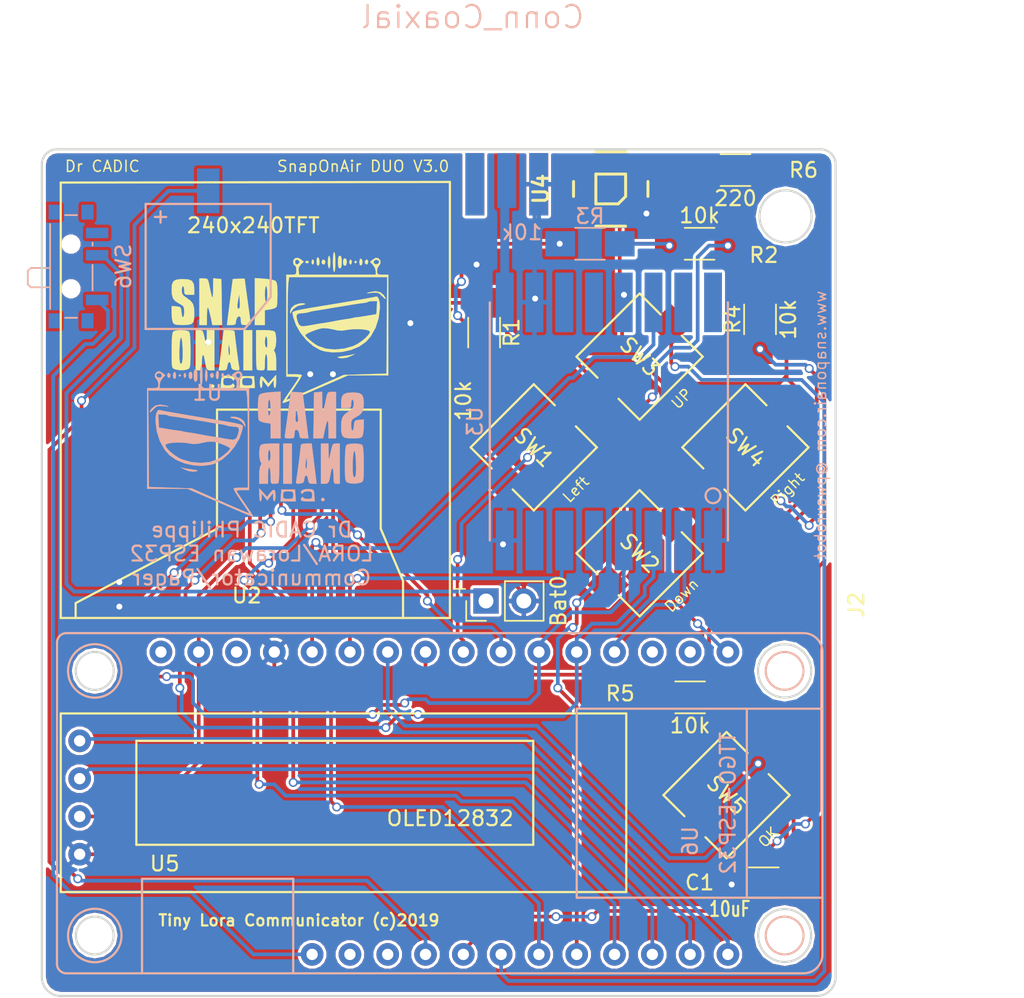
<source format=kicad_pcb>
(kicad_pcb (version 4) (host pcbnew 4.0.4-stable)
  (layers (0 F.Cu signal) (31 B.Cu signal) (34 B.Paste user) (35 F.Paste user) (36 B.SilkS user) (37 F.SilkS user) (38 B.Mask user) (39 F.Mask user) (44 Edge.Cuts user))
  (net 0 "")
  (net 1 GND)
  (net 2 "Net-(J1-Pad1)")
  (net 3 /3.3v)
  (net 4 /GPIO26)
  (net 5 /RESET)
  (net 6 /SPI_SS)
  (net 7 /CLK)
  (net 8 /MOSI)
  (net 9 /MISO)
  (net 10 /RESET_DISP)
  (net 11 /DC_DISP)
  (net 12 /SS-RFM)
  (net 13 /LIGHT_DISP)
  (net 14 "Net-(J2-Pad1)")
  (net 15 /LEFT)
  (net 16 /DOWN)
  (net 17 /UP)
  (net 18 /RIGHT)
  (net 19 /PUSH)
  (net 20 /SDA)
  (net 21 /SCL)
  (net 22 /BAT)
  (net 23 /Buzzz)
  (net 24 "Net-(R1-Pad2)")
  (net 25 "Net-(R2-Pad1)")
  (net 26 "Net-(R3-Pad2)")
  (net 27 "Net-(R4-Pad1)")
  (net 28 "Net-(R5-Pad1)")
  (net 29 "Net-(R6-Pad1)")
  (net 30 /RGBL)
  (module stm32china:SMA_EDGE (layer B.Cu) (at 129.032 34.798)
    (fp_text reference J1 hide)
    (fp_text value Conn_Coaxial (at -2.286 -9.144 180) (layer B.SilkS) (effects (font (size 1.5 1.5)) (justify mirror)))
    (pad 3 smd rect (at -2.1463 2.0955) (size 1.27 4.191) (layers B.Cu B.Paste B.Mask))
    (pad 2 smd rect (at 2.1463 2.0955) (size 1.27 4.191) (layers B.Cu B.Paste B.Mask) (net 1 GND))
    (pad 1 smd rect (at 0 1.8415) (size 1.27 3.683) (layers B.Cu B.Paste B.Mask) (net 2 "Net-(J1-Pad1)"))
    (pad 5 smd rect (at -2.1463 2.0955) (size 1.27 4.191) (layers F.Cu B.Paste B.Mask))
    (pad 4 smd rect (at 2.1463 2.0955) (size 1.27 4.191) (layers F.Cu B.Paste B.Mask))
  )
  (module TTGO-LoraCom:RFM95W (layer B.Cu) (at 135.89 52.832 90)
    (fp_text reference U3 (at 0 -9 90) (layer B.SilkS) (effects (justify mirror)))
    (fp_text value RFM95W-868S2)
    (pad 1 smd rect (at -8 7 90) (size 4 1.2) (layers B.Cu B.Paste B.Mask) (net 1 GND))
    (pad 2 smd rect (at -8 5 90) (size 4 1.2) (layers B.Cu B.Paste B.Mask) (net 9 /MISO))
    (pad 3 smd rect (at -8 3 90) (size 4 1.2) (layers B.Cu B.Paste B.Mask) (net 8 /MOSI))
    (pad 4 smd rect (at -8 1 90) (size 4 1.2) (layers B.Cu B.Paste B.Mask) (net 7 /CLK))
    (pad 5 smd rect (at -8 -1 90) (size 4 1.2) (layers B.Cu B.Paste B.Mask) (net 12 /SS-RFM))
    (pad 6 smd rect (at -8 -3 90) (size 4 1.2) (layers B.Cu B.Paste B.Mask) (net 5 /RESET))
    (pad 7 smd rect (at -8 -5 90) (size 4 1.2) (layers B.Cu B.Paste B.Mask))
    (pad 8 smd rect (at -8 -7 90) (size 4 1.2) (layers B.Cu B.Paste B.Mask) (net 1 GND))
    (pad 9 smd rect (at 8 -7 90) (size 4 1.2) (layers B.Cu B.Paste B.Mask) (net 2 "Net-(J1-Pad1)"))
    (pad 10 smd rect (at 8 -5 90) (size 4 1.2) (layers B.Cu B.Paste B.Mask) (net 1 GND))
    (pad 11 smd rect (at 8 -3 90) (size 4 1.2) (layers B.Cu B.Paste B.Mask))
    (pad 12 smd rect (at 8 -1 90) (size 4 1.2) (layers B.Cu B.Paste B.Mask))
    (pad 13 smd rect (at 8 1 90) (size 4 1.2) (layers B.Cu B.Paste B.Mask) (net 3 /3.3v))
    (pad 14 smd rect (at 8 3 90) (size 4 1.2) (layers B.Cu B.Paste B.Mask) (net 4 /GPIO26))
    (pad 15 smd rect (at 8 5 90) (size 4 1.2) (layers B.Cu B.Paste B.Mask))
    (pad 16 smd rect (at 8 7 90) (size 4 1.2) (layers B.Cu B.Paste B.Mask))
  )
  (module Socket_Strips:Socket_Strip_Straight_1x02_Pitch2.54mm (layer F.Cu) (at 127.635 64.897 90)
    (fp_text reference J2 (at -0.254 24.892 90) (layer F.SilkS))
    (fp_text value Bat0 (at 0 4.87 90) (layer F.SilkS))
    (pad 1 thru_hole rect (at 0 0 90) (size 1.7 1.7) (drill 1) (layers *.Cu *.Mask) (net 14 "Net-(J2-Pad1)"))
    (pad 2 thru_hole oval (at 0 2.54 90) (size 1.7 1.7) (drill 1) (layers *.Cu *.Mask) (net 1 GND))
  )
  (module TTGO-LoraCom:SW_TP1003 (layer F.Cu) (at 128.016 57.404 315)
    (fp_text reference SW1 (at 0 -4 315) (layer F.SilkS))
    (fp_text value Left (at 4 -4 405) (layer F.SilkS) (effects (font (size 0.7 0.7) (thickness 0.1))))
    (pad 1 smd rect (at 0 -7 315) (size 2 2) (layers F.Cu F.Paste F.Mask) (net 15 /LEFT))
    (pad 2 smd rect (at 0 -1 315) (size 2 2) (layers F.Cu F.Paste F.Mask) (net 24 "Net-(R1-Pad2)"))
  )
  (module TTGO-LoraCom:SW_TP1003 (layer F.Cu) (at 135.128 64.516 315)
    (fp_text reference SW2 (at 0 -4 315) (layer F.SilkS))
    (fp_text value Down (at 4 -4 405) (layer F.SilkS) (effects (font (size 0.7 0.7) (thickness 0.1))))
    (pad 1 smd rect (at 0 -7 315) (size 2 2) (layers F.Cu F.Paste F.Mask) (net 16 /DOWN))
    (pad 2 smd rect (at 0 -1 315) (size 2 2) (layers F.Cu F.Paste F.Mask) (net 25 "Net-(R2-Pad1)"))
  )
  (module TTGO-LoraCom:SW_TP1003 (layer F.Cu) (at 135.128 51.308 315)
    (fp_text reference SW3 (at 0 -4 315) (layer F.SilkS))
    (fp_text value UP (at 4 -4 405) (layer F.SilkS) (effects (font (size 0.7 0.7) (thickness 0.1))))
    (pad 1 smd rect (at 0 -7 315) (size 2 2) (layers F.Cu F.Paste F.Mask) (net 17 /UP))
    (pad 2 smd rect (at 0 -1 315) (size 2 2) (layers F.Cu F.Paste F.Mask) (net 26 "Net-(R3-Pad2)"))
  )
  (module TTGO-LoraCom:SW_TP1003 (layer F.Cu) (at 142.24 57.404 315)
    (fp_text reference SW4 (at 0 -4 315) (layer F.SilkS))
    (fp_text value Right (at 4 -4 405) (layer F.SilkS) (effects (font (size 0.7 0.7) (thickness 0.1))))
    (pad 1 smd rect (at 0 -7 315) (size 2 2) (layers F.Cu F.Paste F.Mask) (net 18 /RIGHT))
    (pad 2 smd rect (at 0 -1 315) (size 2 2) (layers F.Cu F.Paste F.Mask) (net 27 "Net-(R4-Pad1)"))
  )
  (module TTGO-LoraCom:SW_TP1003 (layer F.Cu) (at 140.97 80.772 315)
    (fp_text reference SW5 (at 0 -4 315) (layer F.SilkS))
    (fp_text value OK (at 4 -4 405) (layer F.SilkS) (effects (font (size 0.7 0.7) (thickness 0.1))))
    (pad 1 smd rect (at 0 -7 315) (size 2 2) (layers F.Cu F.Paste F.Mask) (net 19 /PUSH))
    (pad 2 smd rect (at 0 -1 315) (size 2 2) (layers F.Cu F.Paste F.Mask) (net 28 "Net-(R5-Pad1)"))
  )
  (module TTGO-LoraCom:OLED-0.91-128x32 (layer F.Cu) (at 99.06 84.455)
    (fp_text reference U5 (at 6.985 -1.905) (layer F.SilkS))
    (fp_text value OLED12832 (at 26.162 -4.953) (layer F.SilkS))
    (pad 4 thru_hole circle (at 1.27 -2.54) (size 1.524 1.524) (drill 0.762) (layers *.Cu *.Mask) (net 1 GND))
    (pad 3 thru_hole circle (at 1.27 -5.08) (size 1.524 1.524) (drill 0.762) (layers *.Cu *.Mask) (net 3 /3.3v))
    (pad 2 thru_hole circle (at 1.27 -7.62) (size 1.524 1.524) (drill 0.762) (layers *.Cu *.Mask) (net 21 /SCL))
    (pad 1 thru_hole circle (at 1.27 -10.16) (size 1.524 1.524) (drill 0.762) (layers *.Cu *.Mask) (net 20 /SDA))
  )
  (module Buttons_Switches_SMD:SW_SPDT_PCM12 (layer B.Cu) (at 100.076 42.418 90)
    (fp_text reference SW6 (at 0 3.2 90) (layer B.SilkS) (effects (justify mirror)))
    (fp_text value SW_DPDT_x2)
    (pad "" np_thru_hole circle (at -1.5 -0.33 90) (size 0.9 0.9) (drill 0.9) (layers *.Cu *.Mask))
    (pad "" np_thru_hole circle (at 1.5 -0.33 90) (size 0.9 0.9) (drill 0.9) (layers *.Cu *.Mask))
    (pad 1 smd rect (at -2.25 1.43 90) (size 0.7 1.5) (layers B.Cu B.Paste B.Mask) (net 22 /BAT))
    (pad 2 smd rect (at 0.75 1.43 90) (size 0.7 1.5) (layers B.Cu B.Paste B.Mask) (net 14 "Net-(J2-Pad1)"))
    (pad 3 smd rect (at 2.25 1.43 90) (size 0.7 1.5) (layers B.Cu B.Paste B.Mask))
    (pad "" smd rect (at -3.65 -1.43 90) (size 1 0.8) (layers B.Cu B.Paste B.Mask))
    (pad "" smd rect (at 3.65 -1.43 90) (size 1 0.8) (layers B.Cu B.Paste B.Mask))
    (pad "" smd rect (at 3.65 0.78 90) (size 1 0.8) (layers B.Cu B.Paste B.Mask))
    (pad "" smd rect (at -3.65 0.78 90) (size 1 0.8) (layers B.Cu B.Paste B.Mask))
  )
  (module Capacitors_SMD:C_1206_HandSoldering (layer F.Cu) (at 146.304 83.82)
    (fp_text reference C1 (at -4.318 0) (layer F.SilkS))
    (fp_text value 10uF (at -2.286 1.778) (layer F.SilkS) (effects (font (size 1 0.75))))
    (pad 1 smd rect (at -2 0) (size 2 1.6) (layers F.Cu F.Paste F.Mask) (net 1 GND))
    (pad 2 smd rect (at 2 0) (size 2 1.6) (layers F.Cu F.Paste F.Mask) (net 3 /3.3v))
  )
  (module TTGO-LoraCom:TTGO-ESP32 (layer B.Cu) (at 98.171 88.646 90)
    (fp_text reference U6 (at 7.62 43.18 90) (layer B.SilkS) (effects (justify mirror)))
    (fp_text value TTGO-ESP32 (at 10.16 45.72 90) (layer B.SilkS) (effects (justify mirror)))
    (pad 1 thru_hole circle (at 20.32 7.62 90) (size 1.524 1.524) (drill 0.762) (layers *.Cu *.Mask))
    (pad 2 thru_hole circle (at 20.32 10.16 90) (size 1.524 1.524) (drill 0.762) (layers *.Cu *.Mask) (net 3 /3.3v))
    (pad 3 thru_hole circle (at 20.32 12.7 90) (size 1.524 1.524) (drill 0.762) (layers *.Cu *.Mask))
    (pad 4 thru_hole circle (at 20.32 15.24 90) (size 1.524 1.524) (drill 0.762) (layers *.Cu *.Mask) (net 1 GND))
    (pad 5 thru_hole circle (at 20.32 17.78 90) (size 1.524 1.524) (drill 0.762) (layers *.Cu *.Mask) (net 4 /GPIO26))
    (pad 6 thru_hole circle (at 20.32 20.32 90) (size 1.524 1.524) (drill 0.762) (layers *.Cu *.Mask) (net 5 /RESET))
    (pad 7 thru_hole circle (at 20.32 22.86 90) (size 1.524 1.524) (drill 0.762) (layers *.Cu *.Mask) (net 19 /PUSH))
    (pad 8 thru_hole circle (at 20.32 25.4 90) (size 1.524 1.524) (drill 0.762) (layers *.Cu *.Mask) (net 18 /RIGHT))
    (pad 9 thru_hole circle (at 20.32 27.94 90) (size 1.524 1.524) (drill 0.762) (layers *.Cu *.Mask) (net 15 /LEFT))
    (pad 10 thru_hole circle (at 20.32 30.48 90) (size 1.524 1.524) (drill 0.762) (layers *.Cu *.Mask) (net 6 /SPI_SS))
    (pad 11 thru_hole circle (at 20.32 33.02 90) (size 1.524 1.524) (drill 0.762) (layers *.Cu *.Mask) (net 7 /CLK))
    (pad 12 thru_hole circle (at 20.32 35.56 90) (size 1.524 1.524) (drill 0.762) (layers *.Cu *.Mask) (net 8 /MOSI))
    (pad 13 thru_hole circle (at 20.32 38.1 90) (size 1.524 1.524) (drill 0.762) (layers *.Cu *.Mask) (net 9 /MISO))
    (pad 14 thru_hole circle (at 20.32 40.64 90) (size 1.524 1.524) (drill 0.762) (layers *.Cu *.Mask))
    (pad 15 thru_hole circle (at 20.32 43.18 90) (size 1.524 1.524) (drill 0.762) (layers *.Cu *.Mask))
    (pad 16 thru_hole circle (at 20.32 45.72 90) (size 1.524 1.524) (drill 0.762) (layers *.Cu *.Mask) (net 16 /DOWN))
    (pad 17 thru_hole circle (at 0 45.72 90) (size 1.524 1.524) (drill 0.762) (layers *.Cu *.Mask) (net 20 /SDA))
    (pad 18 thru_hole circle (at 0 43.18 90) (size 1.524 1.524) (drill 0.762) (layers *.Cu *.Mask) (net 21 /SCL))
    (pad 19 thru_hole circle (at 0 40.64 90) (size 1.524 1.524) (drill 0.762) (layers *.Cu *.Mask) (net 10 /RESET_DISP))
    (pad 20 thru_hole circle (at 0 38.1 90) (size 1.524 1.524) (drill 0.762) (layers *.Cu *.Mask) (net 11 /DC_DISP))
    (pad 21 thru_hole circle (at 0 35.56 90) (size 1.524 1.524) (drill 0.762) (layers *.Cu *.Mask) (net 12 /SS-RFM))
    (pad 22 thru_hole circle (at 0 33.02 90) (size 1.524 1.524) (drill 0.762) (layers *.Cu *.Mask) (net 13 /LIGHT_DISP))
    (pad 23 thru_hole circle (at 0 30.48 90) (size 1.524 1.524) (drill 0.762) (layers *.Cu *.Mask) (net 17 /UP))
    (pad 24 thru_hole circle (at 0 27.94 90) (size 1.524 1.524) (drill 0.762) (layers *.Cu *.Mask) (net 30 /RGBL))
    (pad 25 thru_hole circle (at 0 25.4 90) (size 1.524 1.524) (drill 0.762) (layers *.Cu *.Mask) (net 23 /Buzzz))
    (pad 26 thru_hole circle (at 0 22.86 90) (size 1.524 1.524) (drill 0.762) (layers *.Cu *.Mask))
    (pad 27 thru_hole circle (at 0 20.32 90) (size 1.524 1.524) (drill 0.762) (layers *.Cu *.Mask))
    (pad 28 thru_hole circle (at 0 17.78 90) (size 1.524 1.524) (drill 0.762) (layers *.Cu *.Mask) (net 22 /BAT))
  )
  (module 18650:BuzzerActive2 (layer B.Cu) (at 108.966 42.418 180)
    (fp_text reference U1 (at 0.05 -8.5 180) (layer B.SilkS) (effects (justify mirror)))
    (fp_text value Buzzer93)
    (fp_text user + (at 3.2 3.4 180) (layer B.SilkS) (effects (justify mirror)))
    (pad 2 smd rect (at 0 -5.08 180) (size 1.5 3) (layers B.Cu B.Paste B.Mask) (net 1 GND))
    (pad 1 smd rect (at 0 5.08 180) (size 1.5 3) (layers B.Cu B.Paste B.Mask) (net 23 /Buzzz))
  )
  (module 18650:240240TFT (layer F.Cu) (at 99.06 66.04)
    (fp_text reference U2 (at 12.5 -1.5) (layer F.SilkS))
    (fp_text value 240x240TFT (at 12.94 -26.38) (layer F.SilkS))
    (pad 1 smd rect (at 19.7 -12.7) (size 0.35 2) (layers F.Cu F.Paste F.Mask) (net 1 GND))
    (pad 2 smd rect (at 19 -12.7) (size 0.35 2) (layers F.Cu F.Paste F.Mask) (net 1 GND))
    (pad 3 smd rect (at 18.3 -12.7) (size 0.35 2) (layers F.Cu F.Paste F.Mask) (net 13 /LIGHT_DISP))
    (pad 4 smd rect (at 17.6 -12.7) (size 0.35 2) (layers F.Cu F.Paste F.Mask) (net 3 /3.3v))
    (pad 5 smd rect (at 16.9 -12.7) (size 0.35 2) (layers F.Cu F.Paste F.Mask) (net 1 GND))
    (pad 6 smd rect (at 16.2 -12.7) (size 0.35 2) (layers F.Cu F.Paste F.Mask) (net 1 GND))
    (pad 7 smd rect (at 15.5 -12.7) (size 0.35 2) (layers F.Cu F.Paste F.Mask) (net 11 /DC_DISP))
    (pad 8 smd rect (at 14.8 -12.7) (size 0.35 2) (layers F.Cu F.Paste F.Mask) (net 6 /SPI_SS))
    (pad 9 smd rect (at 14.1 -12.7) (size 0.35 2) (layers F.Cu F.Paste F.Mask) (net 7 /CLK))
    (pad 10 smd rect (at 13.4 -12.7) (size 0.35 2) (layers F.Cu F.Paste F.Mask) (net 8 /MOSI))
    (pad 11 smd rect (at 12.7 -12.7) (size 0.35 2) (layers F.Cu F.Paste F.Mask) (net 10 /RESET_DISP))
    (pad 12 smd rect (at 12 -12.7) (size 0.35 2) (layers F.Cu F.Paste F.Mask) (net 1 GND))
  )
  (module Resistors_SMD:R_1206_HandSoldering (layer F.Cu) (at 127.508 46.863 270)
    (fp_text reference R1 (at 0 -1.85 270) (layer F.SilkS))
    (fp_text value 10k (at 4.572 1.397 270) (layer F.SilkS))
    (pad 1 smd rect (at -2 0 270) (size 2 1.7) (layers F.Cu F.Paste F.Mask) (net 3 /3.3v))
    (pad 2 smd rect (at 2 0 270) (size 2 1.7) (layers F.Cu F.Paste F.Mask) (net 24 "Net-(R1-Pad2)"))
  )
  (module Resistors_SMD:R_1206_HandSoldering (layer F.Cu) (at 141.986 40.894 180)
    (fp_text reference R2 (at -4.318 -0.762 180) (layer F.SilkS))
    (fp_text value 10k (at 0 1.9 180) (layer F.SilkS))
    (pad 1 smd rect (at -2 0 180) (size 2 1.7) (layers F.Cu F.Paste F.Mask) (net 25 "Net-(R2-Pad1)"))
    (pad 2 smd rect (at 2 0 180) (size 2 1.7) (layers F.Cu F.Paste F.Mask) (net 3 /3.3v))
  )
  (module Resistors_SMD:R_1206_HandSoldering (layer B.Cu) (at 134.62 40.894 180)
    (fp_text reference R3 (at 0 1.85 180) (layer B.SilkS) (effects (justify mirror)))
    (fp_text value 10k (at 4.572 0.762 180) (layer B.SilkS) (effects (justify mirror)))
    (pad 1 smd rect (at -2 0 180) (size 2 1.7) (layers B.Cu B.Paste B.Mask) (net 3 /3.3v))
    (pad 2 smd rect (at 2 0 180) (size 2 1.7) (layers B.Cu B.Paste B.Mask) (net 26 "Net-(R3-Pad2)"))
  )
  (module Resistors_SMD:R_1206_HandSoldering (layer F.Cu) (at 146.05 45.974 90)
    (fp_text reference R4 (at 0 -1.85 90) (layer F.SilkS))
    (fp_text value 10k (at 0 1.9 90) (layer F.SilkS))
    (pad 1 smd rect (at -2 0 90) (size 2 1.7) (layers F.Cu F.Paste F.Mask) (net 27 "Net-(R4-Pad1)"))
    (pad 2 smd rect (at 2 0 90) (size 2 1.7) (layers F.Cu F.Paste F.Mask) (net 3 /3.3v))
  )
  (module Resistors_SMD:R_1206_HandSoldering (layer F.Cu) (at 141.351 71.374)
    (fp_text reference R5 (at -4.699 -0.254) (layer F.SilkS))
    (fp_text value 10k (at 0 1.9) (layer F.SilkS))
    (pad 1 smd rect (at -2 0) (size 2 1.7) (layers F.Cu F.Paste F.Mask) (net 28 "Net-(R5-Pad1)"))
    (pad 2 smd rect (at 2 0) (size 2 1.7) (layers F.Cu F.Paste F.Mask) (net 3 /3.3v))
  )
  (module Resistors_SMD:R_1206_HandSoldering (layer F.Cu) (at 144.399 35.941)
    (fp_text reference R6 (at 4.572 0) (layer F.SilkS))
    (fp_text value 220 (at 0 1.9) (layer F.SilkS))
    (pad 1 smd rect (at -2 0) (size 2 1.7) (layers F.Cu F.Paste F.Mask) (net 29 "Net-(R6-Pad1)"))
    (pad 2 smd rect (at 2 0) (size 2 1.7) (layers F.Cu F.Paste F.Mask) (net 30 /RGBL))
  )
  (module 18650:WS2812B (layer F.Cu) (at 136.017 37.211 90)
    (fp_text reference U4 (at 0 -4.7 90) (layer F.SilkS) (effects (font (thickness 0.2))))
    (fp_text value WS2812B hide)
    (pad 1 smd rect (at 1.65 -2.4 90) (size 1.4 1.8) (layers F.Cu F.Paste F.Mask) (net 3 /3.3v))
    (pad 2 smd rect (at -1.65 -2.4 90) (size 1.4 1.8) (layers F.Cu F.Paste F.Mask))
    (pad 3 smd rect (at -1.65 2.4 90) (size 1.4 1.8) (layers F.Cu F.Paste F.Mask) (net 1 GND))
    (pad 4 smd rect (at 1.65 2.4 90) (size 1.4 1.8) (layers F.Cu F.Paste F.Mask) (net 29 "Net-(R6-Pad1)"))
  )
  (module 18650:SOALogo2 (layer F.Cu) (at 113.792 46.609)
    (fp_text reference G*** hide)
    (fp_text value LOGO hide)
  )
  (module 18650:SOALogo2 (layer B.Cu) (at 112.141 54.229 180)
    (fp_text reference G*** hide)
    (fp_text value LOGO hide)
  )
  (gr_text + (at 125.857 64.008) (layer F.SilkS) (effects (font (size 1 1) (thickness 0.1))))
  (gr_text "www.snaponair.com @pwavrobot" (at 150.114 53.086 90) (layer B.SilkS) (effects (font (size 0.75 0.75) (thickness 0.1)) (justify mirror)))
  (gr_text "SnapOnAir DUO V3.0" (at 119.38 35.687) (layer F.SilkS) (effects (font (size 0.75 0.75) (thickness 0.1))))
  (gr_text "Dr CADIC" (at 101.854 35.687) (layer F.SilkS) (effects (font (size 0.75 0.75) (thickness 0.1))))
  (gr_text "Tiny Lora Communicator (c)2019" (at 115.062 86.36) (layer F.SilkS) (effects (font (size 0.75 0.75))))
  (gr_arc (start 98.806 35.56) (end 97.79 35.56) (angle 90) (layer Edge.Cuts) (width 0.15))
  (gr_line (start 97.79 36.576) (end 97.79 35.56) (angle 90) (layer Edge.Cuts) (width 0.15))
  (gr_arc (start 150.114 35.56) (end 150.114 34.544) (angle 90) (layer Edge.Cuts) (width 0.15))
  (gr_line (start 98.806 34.544) (end 150.114 34.544) (angle 90) (layer Edge.Cuts) (width 0.15))
  (gr_line (start 151.13 36.576) (end 151.13 35.56) (angle 90) (layer Edge.Cuts) (width 0.15))
  (gr_text "Dr CADIC Philippe\nLORA/Lorawan ESP32\nCommunicator/Pager" (at 111.887 61.722) (layer B.SilkS) (effects (font (size 1 1)) (justify mirror)))
  (gr_circle (center 147.7645 39.0525) (end 149.0345 37.846) (layer Edge.Cuts) (width 0.15))
  (gr_circle (center 101.346 69.596) (end 102.489 69.0245) (layer Edge.Cuts) (width 0.15))
  (gr_circle (center 147.701 69.596) (end 149.2885 68.7705) (layer Edge.Cuts) (width 0.15))
  (gr_circle (center 147.701 87.376) (end 149.1615 86.36) (layer Edge.Cuts) (width 0.15))
  (gr_circle (center 101.346 87.376) (end 102.362 86.614) (layer Edge.Cuts) (width 0.15))
  (gr_line (start 151.13 90.17) (end 151.13 36.576) (angle 90) (layer Edge.Cuts) (width 0.15))
  (gr_line (start 97.79 90.17) (end 97.79 36.576) (angle 90) (layer Edge.Cuts) (width 0.15))
  (gr_arc (start 149.86 90.17) (end 151.13 90.17) (angle 90) (layer Edge.Cuts) (width 0.15))
  (gr_arc (start 99.06 90.17) (end 99.06 91.44) (angle 90) (layer Edge.Cuts) (width 0.15))
  (gr_line (start 99.06 91.44) (end 149.86 91.44) (angle 90) (layer Edge.Cuts) (width 0.15))
  (via (at 138.417 38.861) (size 0.6) (drill 0.4) (layers F.Cu B.Cu) (net 1))
  (segment (start 131.1783 36.8935) (end 136.4615 36.8935) (width 0.25) (layer B.Cu) (net 1))
  (segment (start 137.922 38.354) (end 136.4615 36.8935) (width 0.25) (layer B.Cu) (net 1))
  (segment (start 137.922 38.366) (end 137.922 38.354) (width 0.25) (layer B.Cu) (net 1))
  (segment (start 137.922 38.366) (end 138.417 38.861) (width 0.25) (layer B.Cu) (net 1))
  (segment (start 130.89 44.832) (end 130.89 37.1818) (width 0.25) (layer B.Cu) (net 1))
  (segment (start 130.89 37.1818) (end 131.1783 36.8935) (width 0.25) (layer B.Cu) (net 1))
  (segment (start 128.778 61.087) (end 126.873 59.182) (width 0.25) (layer F.Cu) (net 1))
  (segment (start 130.937 44.577) (end 130.89 44.624) (width 0.25) (layer B.Cu) (net 1))
  (via (at 130.937 44.577) (size 0.6) (drill 0.4) (layers F.Cu B.Cu) (net 1))
  (segment (start 130.937 42.799) (end 130.937 44.577) (width 0.25) (layer F.Cu) (net 1))
  (segment (start 129.921 41.783) (end 130.937 42.799) (width 0.25) (layer F.Cu) (net 1))
  (segment (start 127.508 41.783) (end 129.921 41.783) (width 0.25) (layer F.Cu) (net 1))
  (segment (start 127 42.291) (end 127.508 41.783) (width 0.25) (layer F.Cu) (net 1))
  (via (at 127 42.291) (size 0.6) (drill 0.4) (layers F.Cu B.Cu) (net 1))
  (segment (start 124.079 42.291) (end 127 42.291) (width 0.25) (layer B.Cu) (net 1))
  (segment (start 122.936 43.434) (end 124.079 42.291) (width 0.25) (layer B.Cu) (net 1))
  (segment (start 122.936 45.847) (end 122.936 43.434) (width 0.25) (layer B.Cu) (net 1))
  (segment (start 122.555 46.228) (end 122.936 45.847) (width 0.25) (layer B.Cu) (net 1))
  (via (at 122.555 46.228) (size 0.6) (drill 0.4) (layers F.Cu B.Cu) (net 1))
  (segment (start 122.555 55.626) (end 122.555 46.228) (width 0.25) (layer F.Cu) (net 1))
  (segment (start 126.111 59.182) (end 122.555 55.626) (width 0.25) (layer F.Cu) (net 1))
  (segment (start 126.873 59.182) (end 126.111 59.182) (width 0.25) (layer F.Cu) (net 1))
  (segment (start 130.89 44.624) (end 130.89 44.832) (width 0.25) (layer B.Cu) (net 1))
  (segment (start 128.89 60.832) (end 128.89 58.054) (width 0.25) (layer B.Cu) (net 1))
  (segment (start 143.383 58.166) (end 143.383 60.339) (width 0.25) (layer B.Cu) (net 1))
  (segment (start 143.002 57.785) (end 143.383 58.166) (width 0.25) (layer B.Cu) (net 1))
  (segment (start 142.113 57.785) (end 143.002 57.785) (width 0.25) (layer B.Cu) (net 1))
  (segment (start 141.097 56.769) (end 142.113 57.785) (width 0.25) (layer B.Cu) (net 1))
  (segment (start 130.175 56.769) (end 141.097 56.769) (width 0.25) (layer B.Cu) (net 1))
  (segment (start 128.89 58.054) (end 130.175 56.769) (width 0.25) (layer B.Cu) (net 1))
  (segment (start 143.383 60.339) (end 142.89 60.832) (width 0.25) (layer B.Cu) (net 1))
  (segment (start 128.778 61.087) (end 122.301 61.087) (width 0.25) (layer F.Cu) (net 1))
  (segment (start 118.06 56.846) (end 118.06 53.34) (width 0.25) (layer F.Cu) (net 1))
  (segment (start 122.301 61.087) (end 118.06 56.846) (width 0.25) (layer F.Cu) (net 1))
  (segment (start 113.411 68.326) (end 113.411 67.945) (width 0.25) (layer B.Cu) (net 1))
  (segment (start 113.411 67.945) (end 110.744 65.278) (width 0.25) (layer B.Cu) (net 1))
  (segment (start 107.823 47.498) (end 108.966 47.498) (width 0.25) (layer B.Cu) (net 1))
  (segment (start 105.156 50.165) (end 107.823 47.498) (width 0.25) (layer B.Cu) (net 1))
  (segment (start 105.156 61.468) (end 105.156 50.165) (width 0.25) (layer B.Cu) (net 1))
  (segment (start 102.997 63.627) (end 105.156 61.468) (width 0.25) (layer B.Cu) (net 1))
  (via (at 102.997 63.627) (size 0.6) (drill 0.4) (layers F.Cu B.Cu) (net 1))
  (segment (start 102.997 65.278) (end 102.997 63.627) (width 0.25) (layer F.Cu) (net 1))
  (via (at 102.997 65.278) (size 0.6) (drill 0.4) (layers F.Cu B.Cu) (net 1))
  (segment (start 110.744 65.278) (end 102.997 65.278) (width 0.25) (layer B.Cu) (net 1))
  (segment (start 142.89 60.832) (end 147.065 60.832) (width 0.25) (layer B.Cu) (net 1))
  (segment (start 144.145 83.947) (end 144.272 83.82) (width 0.25) (layer F.Cu) (net 1))
  (via (at 144.145 83.947) (size 0.6) (drill 0.4) (layers F.Cu B.Cu) (net 1))
  (segment (start 145.669 83.947) (end 144.145 83.947) (width 0.25) (layer B.Cu) (net 1))
  (segment (start 147.574 82.042) (end 145.669 83.947) (width 0.25) (layer B.Cu) (net 1))
  (segment (start 149.225 82.042) (end 147.574 82.042) (width 0.25) (layer B.Cu) (net 1))
  (segment (start 149.86 81.407) (end 149.225 82.042) (width 0.25) (layer B.Cu) (net 1))
  (segment (start 149.86 63.627) (end 149.86 81.407) (width 0.25) (layer B.Cu) (net 1))
  (segment (start 147.065 60.832) (end 149.86 63.627) (width 0.25) (layer B.Cu) (net 1))
  (segment (start 144.272 83.82) (end 144.304 83.82) (width 0.25) (layer F.Cu) (net 1))
  (segment (start 130.175 64.897) (end 130.175 64.389) (width 0.25) (layer F.Cu) (net 1))
  (segment (start 130.175 64.389) (end 128.778 62.992) (width 0.25) (layer F.Cu) (net 1))
  (segment (start 128.778 62.992) (end 128.778 61.087) (width 0.25) (layer F.Cu) (net 1))
  (via (at 128.778 61.087) (size 0.6) (drill 0.4) (layers F.Cu B.Cu) (net 1))
  (segment (start 128.778 61.087) (end 128.89 60.975) (width 0.25) (layer B.Cu) (net 1))
  (segment (start 128.89 60.975) (end 128.89 60.832) (width 0.25) (layer B.Cu) (net 1))
  (segment (start 118.06 53.34) (end 118.76 53.34) (width 0.25) (layer F.Cu) (net 1))
  (segment (start 114.427 49.657) (end 115.824 49.657) (width 0.25) (layer F.Cu) (net 1))
  (via (at 115.824 49.657) (size 0.6) (drill 0.4) (layers F.Cu B.Cu) (net 1))
  (segment (start 115.824 49.657) (end 117.348 49.657) (width 0.25) (layer B.Cu) (net 1))
  (via (at 117.348 49.657) (size 0.6) (drill 0.4) (layers F.Cu B.Cu) (net 1))
  (segment (start 117.348 49.657) (end 117.983 50.292) (width 0.25) (layer F.Cu) (net 1))
  (segment (start 117.983 50.292) (end 117.983 50.673) (width 0.25) (layer F.Cu) (net 1))
  (segment (start 117.983 50.673) (end 118.06 50.75) (width 0.25) (layer F.Cu) (net 1))
  (segment (start 118.06 50.75) (end 118.06 53.34) (width 0.25) (layer F.Cu) (net 1))
  (segment (start 115.26 53.34) (end 115.96 53.34) (width 0.25) (layer F.Cu) (net 1))
  (segment (start 111.06 49.657) (end 114.427 49.657) (width 0.25) (layer F.Cu) (net 1))
  (segment (start 115.26 50.49) (end 115.26 53.34) (width 0.25) (layer F.Cu) (net 1))
  (segment (start 114.427 49.657) (end 115.26 50.49) (width 0.25) (layer F.Cu) (net 1))
  (via (at 108.966 47.498) (size 0.6) (drill 0.4) (layers F.Cu B.Cu) (net 1))
  (segment (start 111.06 53.34) (end 111.06 49.657) (width 0.25) (layer F.Cu) (net 1))
  (segment (start 111.06 49.657) (end 111.06 49.592) (width 0.25) (layer F.Cu) (net 1))
  (segment (start 111.06 49.592) (end 108.966 47.498) (width 0.25) (layer F.Cu) (net 1))
  (segment (start 100.33 81.915) (end 108.966 81.915) (width 0.25) (layer F.Cu) (net 1))
  (segment (start 113.411 77.47) (end 113.411 68.326) (width 0.25) (layer F.Cu) (net 1))
  (segment (start 108.966 81.915) (end 113.411 77.47) (width 0.25) (layer F.Cu) (net 1))
  (segment (start 128.89 44.832) (end 128.89 36.7815) (width 0.6) (layer B.Cu) (net 2))
  (segment (start 128.89 36.7815) (end 129.032 36.6395) (width 0.6) (layer B.Cu) (net 2))
  (segment (start 136.62 40.894) (end 136.62 37.814) (width 0.25) (layer F.Cu) (net 3))
  (segment (start 136.62 37.814) (end 134.367 35.561) (width 0.25) (layer F.Cu) (net 3))
  (segment (start 134.367 35.561) (end 133.617 35.561) (width 0.25) (layer F.Cu) (net 3))
  (segment (start 136.62 40.894) (end 139.827 40.894) (width 0.25) (layer B.Cu) (net 3))
  (segment (start 139.954 41.021) (end 139.986 40.989) (width 0.25) (layer F.Cu) (net 3))
  (via (at 139.954 41.021) (size 0.6) (drill 0.4) (layers F.Cu B.Cu) (net 3))
  (segment (start 139.827 40.894) (end 139.954 41.021) (width 0.25) (layer B.Cu) (net 3))
  (segment (start 139.986 40.989) (end 139.986 40.894) (width 0.25) (layer F.Cu) (net 3))
  (segment (start 108.331 68.326) (end 108.331 64.516) (width 0.25) (layer F.Cu) (net 3))
  (segment (start 116.66 55.044) (end 116.66 53.34) (width 0.25) (layer F.Cu) (net 3))
  (segment (start 116.586 55.118) (end 116.66 55.044) (width 0.25) (layer F.Cu) (net 3))
  (segment (start 116.586 59.055) (end 116.586 55.118) (width 0.25) (layer F.Cu) (net 3))
  (segment (start 115.824 59.817) (end 116.586 59.055) (width 0.25) (layer F.Cu) (net 3))
  (via (at 115.824 59.817) (size 0.6) (drill 0.4) (layers F.Cu B.Cu) (net 3))
  (segment (start 114.3 61.341) (end 115.824 59.817) (width 0.25) (layer B.Cu) (net 3))
  (segment (start 111.506 61.341) (end 114.3 61.341) (width 0.25) (layer B.Cu) (net 3))
  (segment (start 110.871 61.976) (end 111.506 61.341) (width 0.25) (layer B.Cu) (net 3))
  (via (at 110.871 61.976) (size 0.6) (drill 0.4) (layers F.Cu B.Cu) (net 3))
  (segment (start 108.331 64.516) (end 110.871 61.976) (width 0.25) (layer F.Cu) (net 3))
  (segment (start 143.351 71.374) (end 143.891 71.374) (width 0.25) (layer F.Cu) (net 3))
  (segment (start 143.891 71.374) (end 145.415 69.85) (width 0.25) (layer F.Cu) (net 3))
  (segment (start 147.7645 49.8475) (end 147.828 49.8475) (width 0.25) (layer F.Cu) (net 3))
  (segment (start 149.225 51.308) (end 147.7645 49.8475) (width 0.25) (layer F.Cu) (net 3))
  (segment (start 149.225 58.674) (end 149.225 51.308) (width 0.25) (layer F.Cu) (net 3))
  (segment (start 145.415 62.484) (end 149.225 58.674) (width 0.25) (layer F.Cu) (net 3))
  (segment (start 145.415 69.85) (end 145.415 62.484) (width 0.25) (layer F.Cu) (net 3))
  (segment (start 147.828 44.323) (end 147.828 44.196) (width 0.25) (layer F.Cu) (net 3))
  (segment (start 147.606 43.974) (end 146.05 43.974) (width 0.25) (layer F.Cu) (net 3))
  (segment (start 147.828 44.196) (end 147.606 43.974) (width 0.25) (layer F.Cu) (net 3))
  (segment (start 147.828 44.26) (end 147.828 44.323) (width 0.25) (layer F.Cu) (net 3))
  (segment (start 147.828 44.323) (end 147.828 49.8475) (width 0.25) (layer F.Cu) (net 3))
  (segment (start 147.828 49.8475) (end 147.828 49.784) (width 0.25) (layer F.Cu) (net 3))
  (segment (start 147.828 49.784) (end 147.32 50.292) (width 0.25) (layer F.Cu) (net 3))
  (segment (start 147.32 50.292) (end 139.573 50.292) (width 0.25) (layer F.Cu) (net 3))
  (segment (start 139.573 50.292) (end 137.541 48.26) (width 0.25) (layer F.Cu) (net 3))
  (segment (start 137.541 48.26) (end 136.779 48.26) (width 0.25) (layer F.Cu) (net 3))
  (segment (start 136.779 48.26) (end 136.779 44.45) (width 0.25) (layer F.Cu) (net 3))
  (segment (start 136.779 44.45) (end 136.906 44.323) (width 0.25) (layer F.Cu) (net 3))
  (segment (start 136.62 40.894) (end 136.62 44.037) (width 0.25) (layer F.Cu) (net 3))
  (segment (start 136.62 44.037) (end 136.906 44.323) (width 0.25) (layer F.Cu) (net 3))
  (segment (start 136.906 44.323) (end 136.89 44.339) (width 0.25) (layer B.Cu) (net 3))
  (via (at 136.906 44.323) (size 0.6) (drill 0.4) (layers F.Cu B.Cu) (net 3))
  (segment (start 136.89 44.339) (end 136.89 44.832) (width 0.25) (layer B.Cu) (net 3))
  (segment (start 129.032 46.387) (end 127.508 44.863) (width 0.25) (layer F.Cu) (net 3))
  (segment (start 136.779 48.26) (end 134.239 48.26) (width 0.25) (layer F.Cu) (net 3))
  (segment (start 134.239 48.26) (end 133.604 47.625) (width 0.25) (layer F.Cu) (net 3))
  (segment (start 133.604 47.625) (end 129.794 47.625) (width 0.25) (layer F.Cu) (net 3))
  (segment (start 129.794 47.625) (end 129.032 46.863) (width 0.25) (layer F.Cu) (net 3))
  (segment (start 129.032 46.863) (end 129.032 46.387) (width 0.25) (layer F.Cu) (net 3))
  (segment (start 127.508 44.863) (end 118.078 44.863) (width 0.25) (layer F.Cu) (net 3))
  (segment (start 116.66 46.281) (end 116.66 53.34) (width 0.25) (layer F.Cu) (net 3))
  (segment (start 118.078 44.863) (end 116.66 46.281) (width 0.25) (layer F.Cu) (net 3))
  (segment (start 139.986 40.894) (end 140.97 40.894) (width 0.25) (layer F.Cu) (net 3))
  (segment (start 140.97 40.894) (end 142.621 39.243) (width 0.25) (layer F.Cu) (net 3))
  (segment (start 145.796 40.005) (end 145.796 43.72) (width 0.25) (layer F.Cu) (net 3))
  (segment (start 145.034 39.243) (end 145.796 40.005) (width 0.25) (layer F.Cu) (net 3))
  (segment (start 142.621 39.243) (end 145.034 39.243) (width 0.25) (layer F.Cu) (net 3))
  (segment (start 145.796 43.72) (end 146.05 43.974) (width 0.25) (layer F.Cu) (net 3))
  (segment (start 136.62 40.894) (end 139.986 40.894) (width 0.25) (layer F.Cu) (net 3))
  (segment (start 148.304 83.82) (end 148.304 75.914) (width 0.25) (layer F.Cu) (net 3))
  (segment (start 148.304 75.914) (end 143.764 71.374) (width 0.25) (layer F.Cu) (net 3))
  (segment (start 143.764 71.374) (end 143.351 71.374) (width 0.25) (layer F.Cu) (net 3))
  (segment (start 100.33 79.375) (end 104.648 79.375) (width 0.25) (layer F.Cu) (net 3))
  (segment (start 108.331 75.692) (end 108.331 68.326) (width 0.25) (layer F.Cu) (net 3))
  (segment (start 104.648 79.375) (end 108.331 75.692) (width 0.25) (layer F.Cu) (net 3))
  (segment (start 115.951 68.326) (end 115.951 61.214) (width 0.25) (layer F.Cu) (net 4))
  (segment (start 138.89 47.673) (end 138.89 44.832) (width 0.25) (layer B.Cu) (net 4))
  (segment (start 138.049 48.514) (end 138.89 47.673) (width 0.25) (layer B.Cu) (net 4))
  (segment (start 134.874 48.514) (end 138.049 48.514) (width 0.25) (layer B.Cu) (net 4))
  (segment (start 133.477 49.911) (end 134.874 48.514) (width 0.25) (layer B.Cu) (net 4))
  (segment (start 133.223 49.911) (end 133.477 49.911) (width 0.25) (layer B.Cu) (net 4))
  (segment (start 121.793 61.341) (end 133.223 49.911) (width 0.25) (layer B.Cu) (net 4))
  (segment (start 116.586 61.341) (end 121.793 61.341) (width 0.25) (layer B.Cu) (net 4))
  (segment (start 116.205 60.96) (end 116.586 61.341) (width 0.25) (layer B.Cu) (net 4))
  (via (at 116.205 60.96) (size 0.6) (drill 0.4) (layers F.Cu B.Cu) (net 4))
  (segment (start 115.951 61.214) (end 116.205 60.96) (width 0.25) (layer F.Cu) (net 4))
  (segment (start 118.491 68.326) (end 118.491 63.881) (width 0.25) (layer F.Cu) (net 5))
  (segment (start 132.715 63.246) (end 132.715 61.007) (width 0.25) (layer B.Cu) (net 5))
  (segment (start 132.588 63.373) (end 132.715 63.246) (width 0.25) (layer B.Cu) (net 5))
  (segment (start 129.921 63.373) (end 132.588 63.373) (width 0.25) (layer B.Cu) (net 5))
  (segment (start 118.999 63.373) (end 129.921 63.373) (width 0.25) (layer B.Cu) (net 5))
  (via (at 118.999 63.373) (size 0.6) (drill 0.4) (layers F.Cu B.Cu) (net 5))
  (segment (start 118.491 63.881) (end 118.999 63.373) (width 0.25) (layer F.Cu) (net 5))
  (segment (start 132.715 61.007) (end 132.89 60.832) (width 0.25) (layer B.Cu) (net 5))
  (segment (start 113.86 53.34) (end 113.86 58.742) (width 0.25) (layer F.Cu) (net 6))
  (segment (start 128.651 67.31) (end 128.651 68.326) (width 0.25) (layer B.Cu) (net 6))
  (segment (start 128.016 66.675) (end 128.651 67.31) (width 0.25) (layer B.Cu) (net 6))
  (segment (start 125.476 66.675) (end 128.016 66.675) (width 0.25) (layer B.Cu) (net 6))
  (segment (start 123.698 64.897) (end 125.476 66.675) (width 0.25) (layer B.Cu) (net 6))
  (via (at 123.698 64.897) (size 0.6) (drill 0.4) (layers F.Cu B.Cu) (net 6))
  (segment (start 123.698 64.516) (end 123.698 64.897) (width 0.25) (layer F.Cu) (net 6))
  (segment (start 121.158 61.976) (end 123.698 64.516) (width 0.25) (layer F.Cu) (net 6))
  (segment (start 120.523 61.976) (end 121.158 61.976) (width 0.25) (layer F.Cu) (net 6))
  (segment (start 118.999 60.452) (end 120.523 61.976) (width 0.25) (layer F.Cu) (net 6))
  (via (at 118.999 60.452) (size 0.6) (drill 0.4) (layers F.Cu B.Cu) (net 6))
  (segment (start 117.602 59.055) (end 118.999 60.452) (width 0.25) (layer B.Cu) (net 6))
  (segment (start 114.173 59.055) (end 117.602 59.055) (width 0.25) (layer B.Cu) (net 6))
  (segment (start 113.919 58.801) (end 114.173 59.055) (width 0.25) (layer B.Cu) (net 6))
  (via (at 113.919 58.801) (size 0.6) (drill 0.4) (layers F.Cu B.Cu) (net 6))
  (segment (start 113.86 58.742) (end 113.919 58.801) (width 0.25) (layer F.Cu) (net 6))
  (segment (start 113.16 53.34) (end 113.16 59.56) (width 0.25) (layer F.Cu) (net 7))
  (segment (start 131.191 71.12) (end 131.191 68.326) (width 0.25) (layer B.Cu) (net 7))
  (segment (start 130.556 71.755) (end 131.191 71.12) (width 0.25) (layer B.Cu) (net 7))
  (segment (start 123.825 71.755) (end 130.556 71.755) (width 0.25) (layer B.Cu) (net 7))
  (segment (start 123.571 71.501) (end 123.825 71.755) (width 0.25) (layer B.Cu) (net 7))
  (segment (start 122.428 71.501) (end 123.571 71.501) (width 0.25) (layer B.Cu) (net 7))
  (segment (start 122.174 71.755) (end 122.428 71.501) (width 0.25) (layer B.Cu) (net 7))
  (via (at 122.174 71.755) (size 0.6) (drill 0.4) (layers F.Cu B.Cu) (net 7))
  (segment (start 122.047 71.882) (end 122.174 71.755) (width 0.25) (layer F.Cu) (net 7))
  (segment (start 120.65 71.882) (end 122.047 71.882) (width 0.25) (layer F.Cu) (net 7))
  (segment (start 120.015 72.517) (end 120.65 71.882) (width 0.25) (layer F.Cu) (net 7))
  (via (at 120.015 72.517) (size 0.6) (drill 0.4) (layers F.Cu B.Cu) (net 7))
  (segment (start 119.888 72.644) (end 120.015 72.517) (width 0.25) (layer B.Cu) (net 7))
  (segment (start 108.839 72.644) (end 119.888 72.644) (width 0.25) (layer B.Cu) (net 7))
  (segment (start 107.95 71.755) (end 108.839 72.644) (width 0.25) (layer B.Cu) (net 7))
  (segment (start 107.95 70.231) (end 107.95 71.755) (width 0.25) (layer B.Cu) (net 7))
  (segment (start 107.696 69.977) (end 107.95 70.231) (width 0.25) (layer B.Cu) (net 7))
  (segment (start 106.172 69.977) (end 107.696 69.977) (width 0.25) (layer B.Cu) (net 7))
  (via (at 106.172 69.977) (size 0.6) (drill 0.4) (layers F.Cu B.Cu) (net 7))
  (segment (start 105.029 69.977) (end 106.172 69.977) (width 0.25) (layer F.Cu) (net 7))
  (segment (start 104.14 69.088) (end 105.029 69.977) (width 0.25) (layer F.Cu) (net 7))
  (segment (start 104.14 67.437) (end 104.14 69.088) (width 0.25) (layer F.Cu) (net 7))
  (segment (start 104.648 66.929) (end 104.14 67.437) (width 0.25) (layer F.Cu) (net 7))
  (segment (start 104.648 65.024) (end 104.648 66.929) (width 0.25) (layer F.Cu) (net 7))
  (segment (start 106.68 62.992) (end 104.648 65.024) (width 0.25) (layer F.Cu) (net 7))
  (via (at 106.68 62.992) (size 0.6) (drill 0.4) (layers F.Cu B.Cu) (net 7))
  (segment (start 109.601 60.071) (end 106.68 62.992) (width 0.25) (layer B.Cu) (net 7))
  (segment (start 111.125 60.071) (end 109.601 60.071) (width 0.25) (layer B.Cu) (net 7))
  (segment (start 111.633 59.563) (end 111.125 60.071) (width 0.25) (layer B.Cu) (net 7))
  (segment (start 113.157 59.563) (end 111.633 59.563) (width 0.25) (layer B.Cu) (net 7))
  (via (at 113.157 59.563) (size 0.6) (drill 0.4) (layers F.Cu B.Cu) (net 7))
  (segment (start 113.16 59.56) (end 113.157 59.563) (width 0.25) (layer F.Cu) (net 7))
  (segment (start 136.89 60.832) (end 136.89 64.786) (width 0.25) (layer B.Cu) (net 7))
  (segment (start 133.35 65.659) (end 131.191 67.818) (width 0.25) (layer B.Cu) (net 7))
  (segment (start 136.017 65.659) (end 133.35 65.659) (width 0.25) (layer B.Cu) (net 7))
  (segment (start 136.89 64.786) (end 136.017 65.659) (width 0.25) (layer B.Cu) (net 7))
  (segment (start 131.191 67.818) (end 131.191 68.326) (width 0.25) (layer B.Cu) (net 7))
  (segment (start 112.46 53.34) (end 112.46 60.263) (width 0.25) (layer F.Cu) (net 8))
  (segment (start 133.731 71.755) (end 133.731 68.326) (width 0.25) (layer B.Cu) (net 8))
  (segment (start 132.842 72.644) (end 133.731 71.755) (width 0.25) (layer B.Cu) (net 8))
  (segment (start 123.19 72.644) (end 132.842 72.644) (width 0.25) (layer B.Cu) (net 8))
  (segment (start 123.063 72.517) (end 123.19 72.644) (width 0.25) (layer B.Cu) (net 8))
  (via (at 123.063 72.517) (size 0.6) (drill 0.4) (layers F.Cu B.Cu) (net 8))
  (segment (start 121.793 72.517) (end 123.063 72.517) (width 0.25) (layer F.Cu) (net 8))
  (segment (start 120.904 73.406) (end 121.793 72.517) (width 0.25) (layer F.Cu) (net 8))
  (via (at 120.904 73.406) (size 0.6) (drill 0.4) (layers F.Cu B.Cu) (net 8))
  (segment (start 108.204 73.406) (end 120.904 73.406) (width 0.25) (layer B.Cu) (net 8))
  (segment (start 107.188 72.39) (end 108.204 73.406) (width 0.25) (layer B.Cu) (net 8))
  (segment (start 107.188 70.866) (end 107.188 72.39) (width 0.25) (layer B.Cu) (net 8))
  (segment (start 107.061 70.739) (end 107.188 70.866) (width 0.25) (layer B.Cu) (net 8))
  (via (at 107.061 70.739) (size 0.6) (drill 0.4) (layers F.Cu B.Cu) (net 8))
  (segment (start 107.061 70.231) (end 107.061 70.739) (width 0.25) (layer F.Cu) (net 8))
  (segment (start 107.061 67.31) (end 107.061 70.231) (width 0.25) (layer F.Cu) (net 8))
  (segment (start 107.442 66.929) (end 107.061 67.31) (width 0.25) (layer F.Cu) (net 8))
  (segment (start 107.442 64.135) (end 107.442 66.929) (width 0.25) (layer F.Cu) (net 8))
  (segment (start 108.077 63.5) (end 107.442 64.135) (width 0.25) (layer F.Cu) (net 8))
  (via (at 108.077 63.5) (size 0.6) (drill 0.4) (layers F.Cu B.Cu) (net 8))
  (segment (start 110.744 60.833) (end 108.077 63.5) (width 0.25) (layer B.Cu) (net 8))
  (segment (start 112.014 60.833) (end 110.744 60.833) (width 0.25) (layer B.Cu) (net 8))
  (segment (start 112.522 60.325) (end 112.014 60.833) (width 0.25) (layer B.Cu) (net 8))
  (via (at 112.522 60.325) (size 0.6) (drill 0.4) (layers F.Cu B.Cu) (net 8))
  (segment (start 112.46 60.263) (end 112.522 60.325) (width 0.25) (layer F.Cu) (net 8))
  (segment (start 133.731 68.326) (end 133.731 67.437) (width 0.25) (layer B.Cu) (net 8))
  (segment (start 138.89 63.294) (end 138.89 60.832) (width 0.25) (layer B.Cu) (net 8))
  (segment (start 138.303 63.881) (end 138.89 63.294) (width 0.25) (layer B.Cu) (net 8))
  (segment (start 138.303 64.516) (end 138.303 63.881) (width 0.25) (layer B.Cu) (net 8))
  (segment (start 136.398 66.421) (end 138.303 64.516) (width 0.25) (layer B.Cu) (net 8))
  (segment (start 134.747 66.421) (end 136.398 66.421) (width 0.25) (layer B.Cu) (net 8))
  (segment (start 133.731 67.437) (end 134.747 66.421) (width 0.25) (layer B.Cu) (net 8))
  (segment (start 136.271 68.326) (end 136.271 67.818) (width 0.25) (layer B.Cu) (net 9))
  (segment (start 136.271 67.818) (end 138.938 65.151) (width 0.25) (layer B.Cu) (net 9))
  (segment (start 138.938 65.151) (end 140.589 65.151) (width 0.25) (layer B.Cu) (net 9))
  (segment (start 140.589 65.151) (end 140.97 64.77) (width 0.25) (layer B.Cu) (net 9))
  (segment (start 140.97 64.77) (end 140.97 60.912) (width 0.25) (layer B.Cu) (net 9))
  (segment (start 140.97 60.912) (end 140.89 60.832) (width 0.25) (layer B.Cu) (net 9))
  (segment (start 138.811 88.646) (end 138.811 85.598) (width 0.25) (layer B.Cu) (net 10))
  (segment (start 111.76 62.357) (end 111.76 53.34) (width 0.25) (layer F.Cu) (net 10))
  (segment (start 114.681 65.278) (end 111.76 62.357) (width 0.25) (layer F.Cu) (net 10))
  (segment (start 114.681 68.58) (end 114.681 65.278) (width 0.25) (layer F.Cu) (net 10))
  (segment (start 114.681 77.089) (end 114.681 68.58) (width 0.25) (layer F.Cu) (net 10))
  (via (at 114.681 77.089) (size 0.6) (drill 0.4) (layers F.Cu B.Cu) (net 10))
  (segment (start 130.302 77.089) (end 114.681 77.089) (width 0.25) (layer B.Cu) (net 10))
  (segment (start 138.811 85.598) (end 130.302 77.089) (width 0.25) (layer B.Cu) (net 10))
  (segment (start 136.271 88.646) (end 136.271 85.217) (width 0.25) (layer B.Cu) (net 11))
  (segment (start 114.681 60.706) (end 114.681 53.461) (width 0.25) (layer F.Cu) (net 11))
  (segment (start 113.919 61.468) (end 114.681 60.706) (width 0.25) (layer F.Cu) (net 11))
  (segment (start 113.03 62.357) (end 113.919 61.468) (width 0.25) (layer F.Cu) (net 11))
  (via (at 113.03 62.357) (size 0.6) (drill 0.4) (layers F.Cu B.Cu) (net 11))
  (segment (start 112.522 62.357) (end 113.03 62.357) (width 0.25) (layer B.Cu) (net 11))
  (segment (start 111.379 63.5) (end 112.522 62.357) (width 0.25) (layer B.Cu) (net 11))
  (via (at 111.379 63.5) (size 0.6) (drill 0.4) (layers F.Cu B.Cu) (net 11))
  (segment (start 111.379 63.627) (end 111.379 63.5) (width 0.25) (layer F.Cu) (net 11))
  (segment (start 112.014 64.262) (end 111.379 63.627) (width 0.25) (layer F.Cu) (net 11))
  (segment (start 112.014 69.088) (end 112.014 64.262) (width 0.25) (layer F.Cu) (net 11))
  (segment (start 112.268 69.342) (end 112.014 69.088) (width 0.25) (layer F.Cu) (net 11))
  (segment (start 112.268 77.089) (end 112.268 69.342) (width 0.25) (layer F.Cu) (net 11))
  (segment (start 112.395 77.216) (end 112.268 77.089) (width 0.25) (layer F.Cu) (net 11))
  (via (at 112.395 77.216) (size 0.6) (drill 0.4) (layers F.Cu B.Cu) (net 11))
  (segment (start 113.411 77.216) (end 112.395 77.216) (width 0.25) (layer B.Cu) (net 11))
  (segment (start 114.173 77.978) (end 113.411 77.216) (width 0.25) (layer B.Cu) (net 11))
  (segment (start 125.603 77.978) (end 114.173 77.978) (width 0.25) (layer B.Cu) (net 11))
  (segment (start 125.984 78.359) (end 125.603 77.978) (width 0.25) (layer B.Cu) (net 11))
  (segment (start 129.413 78.359) (end 125.984 78.359) (width 0.25) (layer B.Cu) (net 11))
  (segment (start 136.271 85.217) (end 129.413 78.359) (width 0.25) (layer B.Cu) (net 11))
  (segment (start 114.681 53.461) (end 114.56 53.34) (width 0.25) (layer F.Cu) (net 11))
  (segment (start 133.731 88.646) (end 133.731 72.009) (width 0.25) (layer F.Cu) (net 12))
  (segment (start 134.89 63.865) (end 134.89 60.832) (width 0.25) (layer B.Cu) (net 12))
  (segment (start 133.731 65.024) (end 134.89 63.865) (width 0.25) (layer B.Cu) (net 12))
  (via (at 133.731 65.024) (size 0.6) (drill 0.4) (layers F.Cu B.Cu) (net 12))
  (segment (start 133.731 66.421) (end 133.731 65.024) (width 0.25) (layer F.Cu) (net 12))
  (segment (start 133.477 66.675) (end 133.731 66.421) (width 0.25) (layer F.Cu) (net 12))
  (via (at 133.477 66.675) (size 0.6) (drill 0.4) (layers F.Cu B.Cu) (net 12))
  (segment (start 133.223 66.675) (end 133.477 66.675) (width 0.25) (layer B.Cu) (net 12))
  (segment (start 132.461 67.437) (end 133.223 66.675) (width 0.25) (layer B.Cu) (net 12))
  (segment (start 132.461 68.961) (end 132.461 67.437) (width 0.25) (layer B.Cu) (net 12))
  (segment (start 132.461 70.739) (end 132.461 68.961) (width 0.25) (layer B.Cu) (net 12))
  (via (at 132.461 70.739) (size 0.6) (drill 0.4) (layers F.Cu B.Cu) (net 12))
  (segment (start 133.731 72.009) (end 132.461 70.739) (width 0.25) (layer F.Cu) (net 12))
  (segment (start 131.191 88.646) (end 131.191 85.217) (width 0.25) (layer B.Cu) (net 13))
  (segment (start 117.36 62.599) (end 117.36 53.34) (width 0.25) (layer F.Cu) (net 13))
  (segment (start 117.221 62.738) (end 117.36 62.599) (width 0.25) (layer F.Cu) (net 13))
  (segment (start 117.221 78.359) (end 117.221 62.738) (width 0.25) (layer F.Cu) (net 13))
  (segment (start 117.602 78.74) (end 117.221 78.359) (width 0.25) (layer F.Cu) (net 13))
  (via (at 117.602 78.74) (size 0.6) (drill 0.4) (layers F.Cu B.Cu) (net 13))
  (segment (start 124.714 78.74) (end 117.602 78.74) (width 0.25) (layer B.Cu) (net 13))
  (segment (start 131.191 85.217) (end 124.714 78.74) (width 0.25) (layer B.Cu) (net 13))
  (segment (start 101.506 41.668) (end 101.866 41.668) (width 0.25) (layer B.Cu) (net 14))
  (segment (start 101.866 41.668) (end 103.124 42.926) (width 0.25) (layer B.Cu) (net 14))
  (segment (start 103.124 42.926) (end 103.124 47.244) (width 0.25) (layer B.Cu) (net 14))
  (segment (start 103.124 47.244) (end 99.441 50.927) (width 0.25) (layer B.Cu) (net 14))
  (segment (start 99.441 50.927) (end 99.441 63.754) (width 0.25) (layer B.Cu) (net 14))
  (segment (start 99.441 63.754) (end 99.949 64.262) (width 0.25) (layer B.Cu) (net 14))
  (segment (start 99.949 64.262) (end 127 64.262) (width 0.25) (layer B.Cu) (net 14))
  (segment (start 127 64.262) (end 127.635 64.897) (width 0.25) (layer B.Cu) (net 14))
  (segment (start 126.111 68.326) (end 126.111 67.564) (width 0.25) (layer F.Cu) (net 15))
  (segment (start 126.111 67.564) (end 125.73 67.183) (width 0.25) (layer F.Cu) (net 15))
  (segment (start 125.73 67.183) (end 125.73 62.103) (width 0.25) (layer F.Cu) (net 15))
  (via (at 125.73 62.103) (size 0.6) (drill 0.4) (layers F.Cu B.Cu) (net 15))
  (segment (start 125.73 62.103) (end 125.984 61.849) (width 0.25) (layer B.Cu) (net 15))
  (segment (start 125.984 61.849) (end 125.984 59.69) (width 0.25) (layer B.Cu) (net 15))
  (segment (start 125.984 59.69) (end 130.429 55.245) (width 0.25) (layer B.Cu) (net 15))
  (via (at 130.429 55.245) (size 0.6) (drill 0.4) (layers F.Cu B.Cu) (net 15))
  (segment (start 130.429 55.245) (end 132.965747 52.708253) (width 0.25) (layer F.Cu) (net 15))
  (segment (start 132.965747 52.708253) (end 132.965747 52.454253) (width 0.25) (layer F.Cu) (net 15))
  (segment (start 140.077747 59.566253) (end 140.077747 60.582253) (width 0.25) (layer F.Cu) (net 16))
  (segment (start 140.077747 60.582253) (end 139.954 60.706) (width 0.25) (layer F.Cu) (net 16))
  (segment (start 139.954 60.706) (end 139.954 64.516) (width 0.25) (layer F.Cu) (net 16))
  (segment (start 139.954 64.516) (end 141.859 66.421) (width 0.25) (layer F.Cu) (net 16))
  (via (at 141.859 66.421) (size 0.6) (drill 0.4) (layers F.Cu B.Cu) (net 16))
  (segment (start 141.859 66.421) (end 143.764 68.326) (width 0.25) (layer B.Cu) (net 16))
  (segment (start 143.764 68.326) (end 143.891 68.326) (width 0.25) (layer B.Cu) (net 16))
  (segment (start 128.651 88.646) (end 128.651 89.916) (width 0.25) (layer B.Cu) (net 17))
  (segment (start 140.077747 48.891747) (end 140.077747 46.358253) (width 0.25) (layer F.Cu) (net 17))
  (segment (start 140.335 49.149) (end 140.077747 48.891747) (width 0.25) (layer F.Cu) (net 17))
  (via (at 140.335 49.149) (size 0.6) (drill 0.4) (layers F.Cu B.Cu) (net 17))
  (segment (start 141.224 49.149) (end 140.335 49.149) (width 0.25) (layer B.Cu) (net 17))
  (segment (start 142.113 50.038) (end 141.224 49.149) (width 0.25) (layer B.Cu) (net 17))
  (segment (start 148.844 50.038) (end 142.113 50.038) (width 0.25) (layer B.Cu) (net 17))
  (segment (start 150.368 51.562) (end 148.844 50.038) (width 0.25) (layer B.Cu) (net 17))
  (segment (start 150.368 89.789) (end 150.368 51.562) (width 0.25) (layer B.Cu) (net 17))
  (segment (start 149.733 90.424) (end 150.368 89.789) (width 0.25) (layer B.Cu) (net 17))
  (segment (start 129.159 90.424) (end 149.733 90.424) (width 0.25) (layer B.Cu) (net 17))
  (segment (start 128.651 89.916) (end 129.159 90.424) (width 0.25) (layer B.Cu) (net 17))
  (segment (start 147.189747 52.454253) (end 147.189747 52.574747) (width 0.25) (layer F.Cu) (net 18))
  (segment (start 147.189747 52.574747) (end 148.59 53.975) (width 0.25) (layer F.Cu) (net 18))
  (segment (start 148.59 53.975) (end 148.59 58.293) (width 0.25) (layer F.Cu) (net 18))
  (segment (start 148.59 58.293) (end 145.034 61.849) (width 0.25) (layer F.Cu) (net 18))
  (segment (start 145.034 61.849) (end 144.78 62.103) (width 0.25) (layer F.Cu) (net 18))
  (segment (start 144.78 62.103) (end 144.78 64.643) (width 0.25) (layer F.Cu) (net 18))
  (segment (start 144.78 64.643) (end 142.621 66.802) (width 0.25) (layer F.Cu) (net 18))
  (segment (start 142.621 66.802) (end 142.621 69.342) (width 0.25) (layer F.Cu) (net 18))
  (segment (start 142.621 69.342) (end 142.113 69.85) (width 0.25) (layer F.Cu) (net 18))
  (segment (start 142.113 69.85) (end 123.952 69.85) (width 0.25) (layer F.Cu) (net 18))
  (segment (start 123.952 69.85) (end 123.571 69.469) (width 0.25) (layer F.Cu) (net 18))
  (segment (start 123.571 69.469) (end 123.571 68.326) (width 0.25) (layer F.Cu) (net 18))
  (via (at 145.919747 75.822253) (size 0.6) (drill 0.4) (layers F.Cu B.Cu) (net 19))
  (segment (start 121.031 68.326) (end 121.031 72.136) (width 0.25) (layer B.Cu) (net 19))
  (segment (start 122.174 73.279) (end 121.031 72.136) (width 0.25) (layer B.Cu) (net 19))
  (segment (start 131.064 73.279) (end 122.174 73.279) (width 0.25) (layer B.Cu) (net 19))
  (segment (start 139.954 82.169) (end 131.064 73.279) (width 0.25) (layer B.Cu) (net 19))
  (segment (start 142.367 82.169) (end 139.954 82.169) (width 0.25) (layer B.Cu) (net 19))
  (segment (start 143.764 80.772) (end 142.367 82.169) (width 0.25) (layer B.Cu) (net 19))
  (segment (start 143.764 77.978) (end 143.764 80.772) (width 0.25) (layer B.Cu) (net 19))
  (segment (start 143.764 77.978) (end 145.919747 75.822253) (width 0.25) (layer B.Cu) (net 19))
  (segment (start 143.891 88.646) (end 143.891 87.757) (width 0.25) (layer B.Cu) (net 20))
  (segment (start 130.302 74.168) (end 100.457 74.168) (width 0.25) (layer B.Cu) (net 20))
  (segment (start 143.891 87.757) (end 130.302 74.168) (width 0.25) (layer B.Cu) (net 20))
  (segment (start 100.457 74.168) (end 100.33 74.295) (width 0.25) (layer B.Cu) (net 20))
  (segment (start 141.351 88.646) (end 141.351 86.487) (width 0.25) (layer B.Cu) (net 21))
  (segment (start 100.965 76.2) (end 100.33 76.835) (width 0.25) (layer B.Cu) (net 21))
  (segment (start 131.064 76.2) (end 100.965 76.2) (width 0.25) (layer B.Cu) (net 21))
  (segment (start 141.351 86.487) (end 131.064 76.2) (width 0.25) (layer B.Cu) (net 21))
  (segment (start 115.951 88.646) (end 112.014 88.646) (width 0.25) (layer B.Cu) (net 22))
  (segment (start 102.235 45.397) (end 101.506 44.668) (width 0.25) (layer B.Cu) (net 22))
  (segment (start 102.235 46.609) (end 102.235 45.397) (width 0.25) (layer B.Cu) (net 22))
  (segment (start 101.219 47.625) (end 102.235 46.609) (width 0.25) (layer B.Cu) (net 22))
  (segment (start 100.711 47.625) (end 101.219 47.625) (width 0.25) (layer B.Cu) (net 22))
  (segment (start 98.552 49.784) (end 100.711 47.625) (width 0.25) (layer B.Cu) (net 22))
  (segment (start 98.552 83.312) (end 98.552 49.784) (width 0.25) (layer B.Cu) (net 22))
  (segment (start 99.695 84.455) (end 98.552 83.312) (width 0.25) (layer B.Cu) (net 22))
  (segment (start 107.823 84.455) (end 99.695 84.455) (width 0.25) (layer B.Cu) (net 22))
  (segment (start 112.014 88.646) (end 107.823 84.455) (width 0.25) (layer B.Cu) (net 22))
  (segment (start 123.571 88.646) (end 123.571 87.63) (width 0.25) (layer B.Cu) (net 23))
  (segment (start 106.299 37.338) (end 108.966 37.338) (width 0.25) (layer B.Cu) (net 23))
  (segment (start 104.013 39.624) (end 106.299 37.338) (width 0.25) (layer B.Cu) (net 23))
  (segment (start 104.013 47.879) (end 104.013 39.624) (width 0.25) (layer B.Cu) (net 23))
  (segment (start 100.457 51.435) (end 104.013 47.879) (width 0.25) (layer B.Cu) (net 23))
  (via (at 100.457 51.435) (size 0.6) (drill 0.4) (layers F.Cu B.Cu) (net 23))
  (segment (start 100.457 52.578) (end 100.457 51.435) (width 0.25) (layer F.Cu) (net 23))
  (segment (start 98.298 54.737) (end 100.457 52.578) (width 0.25) (layer F.Cu) (net 23))
  (segment (start 98.298 82.423) (end 98.298 54.737) (width 0.25) (layer F.Cu) (net 23))
  (segment (start 99.06 83.185) (end 98.298 82.423) (width 0.25) (layer F.Cu) (net 23))
  (segment (start 99.822 83.185) (end 99.06 83.185) (width 0.25) (layer F.Cu) (net 23))
  (segment (start 100.203 83.566) (end 99.822 83.185) (width 0.25) (layer F.Cu) (net 23))
  (via (at 100.203 83.566) (size 0.6) (drill 0.4) (layers F.Cu B.Cu) (net 23))
  (segment (start 100.33 83.693) (end 100.203 83.566) (width 0.25) (layer B.Cu) (net 23))
  (segment (start 119.634 83.693) (end 100.33 83.693) (width 0.25) (layer B.Cu) (net 23))
  (segment (start 123.571 87.63) (end 119.634 83.693) (width 0.25) (layer B.Cu) (net 23))
  (segment (start 128.723107 56.696893) (end 128.723107 55.952107) (width 0.25) (layer F.Cu) (net 24))
  (segment (start 128.723107 55.952107) (end 127.508 54.737) (width 0.25) (layer F.Cu) (net 24))
  (segment (start 127.508 54.737) (end 127.508 48.863) (width 0.25) (layer F.Cu) (net 24))
  (segment (start 135.835107 63.808893) (end 135.962107 63.808893) (width 0.25) (layer F.Cu) (net 25))
  (segment (start 135.962107 63.808893) (end 136.906 62.865) (width 0.25) (layer F.Cu) (net 25))
  (segment (start 136.906 62.865) (end 136.906 53.086) (width 0.25) (layer F.Cu) (net 25))
  (segment (start 136.906 53.086) (end 138.811 51.181) (width 0.25) (layer F.Cu) (net 25))
  (via (at 138.811 51.181) (size 0.6) (drill 0.4) (layers F.Cu B.Cu) (net 25))
  (segment (start 138.811 51.181) (end 139.065 50.927) (width 0.25) (layer B.Cu) (net 25))
  (segment (start 139.065 50.927) (end 139.065 49.022) (width 0.25) (layer B.Cu) (net 25))
  (segment (start 139.065 49.022) (end 140.208 47.879) (width 0.25) (layer B.Cu) (net 25))
  (segment (start 140.208 47.879) (end 141.351 47.879) (width 0.25) (layer B.Cu) (net 25))
  (segment (start 141.351 47.879) (end 141.859 47.371) (width 0.25) (layer B.Cu) (net 25))
  (segment (start 141.859 47.371) (end 141.859 41.783) (width 0.25) (layer B.Cu) (net 25))
  (segment (start 141.859 41.783) (end 142.621 41.021) (width 0.25) (layer B.Cu) (net 25))
  (segment (start 142.621 41.021) (end 143.891 41.021) (width 0.25) (layer B.Cu) (net 25))
  (via (at 143.891 41.021) (size 0.6) (drill 0.4) (layers F.Cu B.Cu) (net 25))
  (segment (start 143.891 41.021) (end 143.986 40.926) (width 0.25) (layer F.Cu) (net 25))
  (segment (start 143.986 40.926) (end 143.986 40.894) (width 0.25) (layer F.Cu) (net 25))
  (via (at 132.588 40.894) (size 0.6) (drill 0.4) (layers F.Cu B.Cu) (net 26))
  (segment (start 132.588 40.894) (end 132.62 40.894) (width 0.25) (layer B.Cu) (net 26))
  (via (at 125.984 43.434) (size 0.6) (drill 0.4) (layers F.Cu B.Cu) (net 26))
  (segment (start 125.603 43.815) (end 125.984 43.434) (width 0.25) (layer B.Cu) (net 26))
  (segment (start 125.603 45.593) (end 125.603 43.815) (width 0.25) (layer B.Cu) (net 26))
  (segment (start 125.73 45.72) (end 125.603 45.593) (width 0.25) (layer B.Cu) (net 26))
  (via (at 125.73 45.72) (size 0.6) (drill 0.4) (layers F.Cu B.Cu) (net 26))
  (segment (start 126.492 46.482) (end 125.73 45.72) (width 0.25) (layer F.Cu) (net 26))
  (segment (start 126.492 46.736) (end 126.492 46.482) (width 0.25) (layer F.Cu) (net 26))
  (segment (start 127.127 47.371) (end 126.492 46.736) (width 0.25) (layer F.Cu) (net 26))
  (segment (start 128.651 47.371) (end 127.127 47.371) (width 0.25) (layer F.Cu) (net 26))
  (segment (start 129.413 48.133) (end 128.651 47.371) (width 0.25) (layer F.Cu) (net 26))
  (segment (start 132.969 48.133) (end 129.413 48.133) (width 0.25) (layer F.Cu) (net 26))
  (segment (start 135.436893 50.600893) (end 132.969 48.133) (width 0.25) (layer F.Cu) (net 26))
  (segment (start 126.873 40.894) (end 132.588 40.894) (width 0.25) (layer F.Cu) (net 26))
  (segment (start 125.984 41.783) (end 126.873 40.894) (width 0.25) (layer F.Cu) (net 26))
  (segment (start 125.984 43.434) (end 125.984 41.783) (width 0.25) (layer F.Cu) (net 26))
  (segment (start 135.835107 50.600893) (end 135.436893 50.600893) (width 0.25) (layer F.Cu) (net 26))
  (via (at 146.05 47.974) (size 0.6) (drill 0.4) (layers F.Cu B.Cu) (net 27))
  (segment (start 142.947107 56.696893) (end 145.977893 56.696893) (width 0.25) (layer F.Cu) (net 27))
  (segment (start 147.447 58.166) (end 145.977893 56.696893) (width 0.25) (layer F.Cu) (net 27))
  (via (at 147.447 58.166) (size 0.6) (drill 0.4) (layers F.Cu B.Cu) (net 27))
  (segment (start 147.828 58.547) (end 147.447 58.166) (width 0.25) (layer B.Cu) (net 27))
  (segment (start 148.082 58.547) (end 147.828 58.547) (width 0.25) (layer B.Cu) (net 27))
  (segment (start 149.352 59.817) (end 148.082 58.547) (width 0.25) (layer B.Cu) (net 27))
  (via (at 149.352 59.817) (size 0.6) (drill 0.4) (layers F.Cu B.Cu) (net 27))
  (segment (start 149.352 59.69) (end 149.352 59.817) (width 0.25) (layer F.Cu) (net 27))
  (segment (start 149.86 59.182) (end 149.352 59.69) (width 0.25) (layer F.Cu) (net 27))
  (segment (start 149.86 58.039) (end 149.86 59.182) (width 0.25) (layer F.Cu) (net 27))
  (segment (start 149.86 54.483) (end 149.86 58.039) (width 0.25) (layer F.Cu) (net 27))
  (segment (start 149.86 49.784) (end 149.86 54.483) (width 0.25) (layer F.Cu) (net 27))
  (segment (start 149.352 49.276) (end 149.86 49.784) (width 0.25) (layer F.Cu) (net 27))
  (via (at 149.352 49.276) (size 0.6) (drill 0.4) (layers F.Cu B.Cu) (net 27))
  (segment (start 149.098 49.022) (end 149.352 49.276) (width 0.25) (layer B.Cu) (net 27))
  (segment (start 147.098 49.022) (end 149.098 49.022) (width 0.25) (layer B.Cu) (net 27))
  (segment (start 147.098 49.022) (end 146.05 47.974) (width 0.25) (layer B.Cu) (net 27))
  (segment (start 141.677107 80.064893) (end 141.151893 80.064893) (width 0.25) (layer F.Cu) (net 28))
  (segment (start 141.151893 80.064893) (end 139.351 78.264) (width 0.25) (layer F.Cu) (net 28))
  (segment (start 139.351 78.264) (end 139.351 71.374) (width 0.25) (layer F.Cu) (net 28))
  (segment (start 138.417 35.561) (end 142.019 35.561) (width 0.25) (layer F.Cu) (net 29))
  (segment (start 142.019 35.561) (end 142.399 35.941) (width 0.25) (layer F.Cu) (net 29))
  (segment (start 126.111 88.646) (end 126.111 88.392) (width 0.25) (layer F.Cu) (net 30))
  (segment (start 126.111 88.392) (end 128.397 86.106) (width 0.25) (layer F.Cu) (net 30))
  (segment (start 128.397 86.106) (end 132.334 86.106) (width 0.25) (layer F.Cu) (net 30))
  (via (at 132.334 86.106) (size 0.6) (drill 0.4) (layers F.Cu B.Cu) (net 30))
  (segment (start 132.334 86.106) (end 134.747 86.106) (width 0.25) (layer B.Cu) (net 30))
  (via (at 134.747 86.106) (size 0.6) (drill 0.4) (layers F.Cu B.Cu) (net 30))
  (segment (start 134.747 86.106) (end 135.128 85.725) (width 0.25) (layer F.Cu) (net 30))
  (segment (start 135.128 85.725) (end 145.542 85.725) (width 0.25) (layer F.Cu) (net 30))
  (segment (start 145.542 85.725) (end 146.431 84.836) (width 0.25) (layer F.Cu) (net 30))
  (segment (start 146.431 84.836) (end 146.431 81.788) (width 0.25) (layer F.Cu) (net 30))
  (segment (start 146.431 81.788) (end 147.193 81.026) (width 0.25) (layer F.Cu) (net 30))
  (via (at 147.193 81.026) (size 0.6) (drill 0.4) (layers F.Cu B.Cu) (net 30))
  (segment (start 147.193 81.026) (end 148.336 79.883) (width 0.25) (layer B.Cu) (net 30))
  (segment (start 148.336 79.883) (end 149.098 79.883) (width 0.25) (layer B.Cu) (net 30))
  (via (at 149.098 79.883) (size 0.6) (drill 0.4) (layers F.Cu B.Cu) (net 30))
  (segment (start 149.098 79.883) (end 149.987 78.994) (width 0.25) (layer F.Cu) (net 30))
  (segment (start 149.987 78.994) (end 149.987 62.611) (width 0.25) (layer F.Cu) (net 30))
  (segment (start 149.987 62.611) (end 150.368 62.23) (width 0.25) (layer F.Cu) (net 30))
  (segment (start 150.368 62.23) (end 150.368 37.846) (width 0.25) (layer F.Cu) (net 30))
  (segment (start 150.368 37.846) (end 148.463 35.941) (width 0.25) (layer F.Cu) (net 30))
  (segment (start 148.463 35.941) (end 146.399 35.941) (width 0.25) (layer F.Cu) (net 30))
  (zone (net 1) (net_name GND) (layer F.Cu) (connect_pads (clearance 0.2)) (min_thickness 0.2) (fill yes (arc_segments 16) (thermal_gap 0.2) (thermal_bridge_width 0.3))
    (polygon (pts (xy 151.13 91.44) (xy 97.79 91.44) (xy 97.79 34.29) (xy 151.13 34.29)))
  )
  (zone (net 1) (net_name GND) (layer B.Cu) (connect_pads (clearance 0.2)) (min_thickness 0.2) (fill yes (arc_segments 16) (thermal_gap 0.2) (thermal_bridge_width 0.3))
    (polygon (pts (xy 151.13 91.44) (xy 97.79 91.44) (xy 97.79 34.29) (xy 151.13 34.29)))
  )
)
</source>
